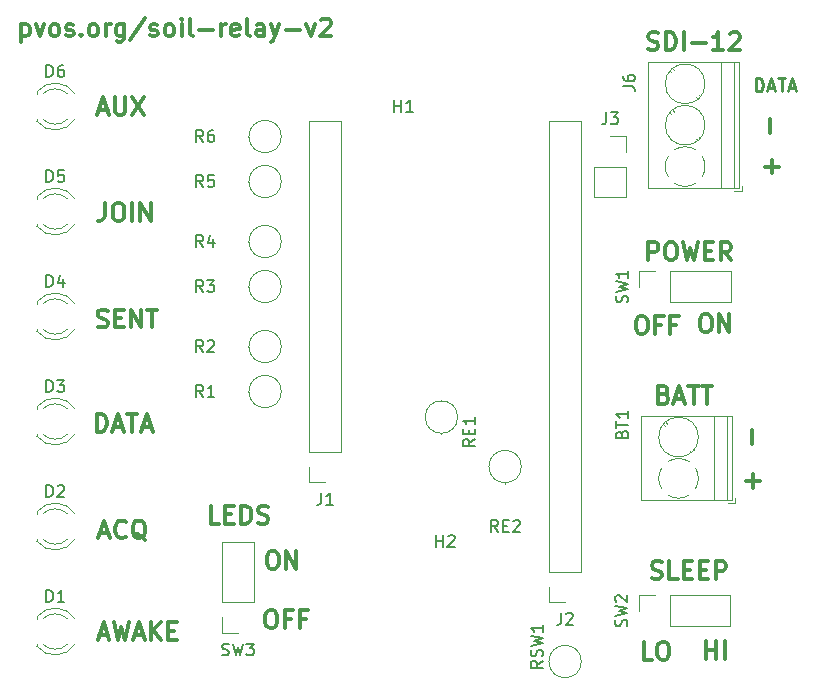
<source format=gbr>
G04 #@! TF.GenerationSoftware,KiCad,Pcbnew,5.1.2-f72e74a~84~ubuntu18.04.1*
G04 #@! TF.CreationDate,2020-03-17T13:19:11-04:00*
G04 #@! TF.ProjectId,knuth-gateway,6b6e7574-682d-4676-9174-657761792e6b,rev?*
G04 #@! TF.SameCoordinates,Original*
G04 #@! TF.FileFunction,Legend,Top*
G04 #@! TF.FilePolarity,Positive*
%FSLAX46Y46*%
G04 Gerber Fmt 4.6, Leading zero omitted, Abs format (unit mm)*
G04 Created by KiCad (PCBNEW 5.1.2-f72e74a~84~ubuntu18.04.1) date 2020-03-17 13:19:11*
%MOMM*%
%LPD*%
G04 APERTURE LIST*
%ADD10C,0.300000*%
%ADD11C,0.275000*%
%ADD12C,0.120000*%
%ADD13C,0.150000*%
G04 APERTURE END LIST*
D10*
X24504828Y-52823371D02*
X24790542Y-52823371D01*
X24933400Y-52894800D01*
X25076257Y-53037657D01*
X25147685Y-53323371D01*
X25147685Y-53823371D01*
X25076257Y-54109085D01*
X24933400Y-54251942D01*
X24790542Y-54323371D01*
X24504828Y-54323371D01*
X24361971Y-54251942D01*
X24219114Y-54109085D01*
X24147685Y-53823371D01*
X24147685Y-53323371D01*
X24219114Y-53037657D01*
X24361971Y-52894800D01*
X24504828Y-52823371D01*
X26290542Y-53537657D02*
X25790542Y-53537657D01*
X25790542Y-54323371D02*
X25790542Y-52823371D01*
X26504828Y-52823371D01*
X27576257Y-53537657D02*
X27076257Y-53537657D01*
X27076257Y-54323371D02*
X27076257Y-52823371D01*
X27790542Y-52823371D01*
X3479211Y-3209171D02*
X3479211Y-4709171D01*
X3479211Y-3280600D02*
X3622068Y-3209171D01*
X3907782Y-3209171D01*
X4050640Y-3280600D01*
X4122068Y-3352028D01*
X4193497Y-3494885D01*
X4193497Y-3923457D01*
X4122068Y-4066314D01*
X4050640Y-4137742D01*
X3907782Y-4209171D01*
X3622068Y-4209171D01*
X3479211Y-4137742D01*
X4693497Y-3209171D02*
X5050640Y-4209171D01*
X5407782Y-3209171D01*
X6193497Y-4209171D02*
X6050640Y-4137742D01*
X5979211Y-4066314D01*
X5907782Y-3923457D01*
X5907782Y-3494885D01*
X5979211Y-3352028D01*
X6050640Y-3280600D01*
X6193497Y-3209171D01*
X6407782Y-3209171D01*
X6550640Y-3280600D01*
X6622068Y-3352028D01*
X6693497Y-3494885D01*
X6693497Y-3923457D01*
X6622068Y-4066314D01*
X6550640Y-4137742D01*
X6407782Y-4209171D01*
X6193497Y-4209171D01*
X7264925Y-4137742D02*
X7407782Y-4209171D01*
X7693497Y-4209171D01*
X7836354Y-4137742D01*
X7907782Y-3994885D01*
X7907782Y-3923457D01*
X7836354Y-3780600D01*
X7693497Y-3709171D01*
X7479211Y-3709171D01*
X7336354Y-3637742D01*
X7264925Y-3494885D01*
X7264925Y-3423457D01*
X7336354Y-3280600D01*
X7479211Y-3209171D01*
X7693497Y-3209171D01*
X7836354Y-3280600D01*
X8550640Y-4066314D02*
X8622068Y-4137742D01*
X8550640Y-4209171D01*
X8479211Y-4137742D01*
X8550640Y-4066314D01*
X8550640Y-4209171D01*
X9479211Y-4209171D02*
X9336354Y-4137742D01*
X9264925Y-4066314D01*
X9193497Y-3923457D01*
X9193497Y-3494885D01*
X9264925Y-3352028D01*
X9336354Y-3280600D01*
X9479211Y-3209171D01*
X9693497Y-3209171D01*
X9836354Y-3280600D01*
X9907782Y-3352028D01*
X9979211Y-3494885D01*
X9979211Y-3923457D01*
X9907782Y-4066314D01*
X9836354Y-4137742D01*
X9693497Y-4209171D01*
X9479211Y-4209171D01*
X10622068Y-4209171D02*
X10622068Y-3209171D01*
X10622068Y-3494885D02*
X10693497Y-3352028D01*
X10764925Y-3280600D01*
X10907782Y-3209171D01*
X11050640Y-3209171D01*
X12193497Y-3209171D02*
X12193497Y-4423457D01*
X12122068Y-4566314D01*
X12050640Y-4637742D01*
X11907782Y-4709171D01*
X11693497Y-4709171D01*
X11550640Y-4637742D01*
X12193497Y-4137742D02*
X12050640Y-4209171D01*
X11764925Y-4209171D01*
X11622068Y-4137742D01*
X11550640Y-4066314D01*
X11479211Y-3923457D01*
X11479211Y-3494885D01*
X11550640Y-3352028D01*
X11622068Y-3280600D01*
X11764925Y-3209171D01*
X12050640Y-3209171D01*
X12193497Y-3280600D01*
X13979211Y-2637742D02*
X12693497Y-4566314D01*
X14407782Y-4137742D02*
X14550640Y-4209171D01*
X14836354Y-4209171D01*
X14979211Y-4137742D01*
X15050640Y-3994885D01*
X15050640Y-3923457D01*
X14979211Y-3780600D01*
X14836354Y-3709171D01*
X14622068Y-3709171D01*
X14479211Y-3637742D01*
X14407782Y-3494885D01*
X14407782Y-3423457D01*
X14479211Y-3280600D01*
X14622068Y-3209171D01*
X14836354Y-3209171D01*
X14979211Y-3280600D01*
X15907782Y-4209171D02*
X15764925Y-4137742D01*
X15693497Y-4066314D01*
X15622068Y-3923457D01*
X15622068Y-3494885D01*
X15693497Y-3352028D01*
X15764925Y-3280600D01*
X15907782Y-3209171D01*
X16122068Y-3209171D01*
X16264925Y-3280600D01*
X16336354Y-3352028D01*
X16407782Y-3494885D01*
X16407782Y-3923457D01*
X16336354Y-4066314D01*
X16264925Y-4137742D01*
X16122068Y-4209171D01*
X15907782Y-4209171D01*
X17050640Y-4209171D02*
X17050640Y-3209171D01*
X17050640Y-2709171D02*
X16979211Y-2780600D01*
X17050640Y-2852028D01*
X17122068Y-2780600D01*
X17050640Y-2709171D01*
X17050640Y-2852028D01*
X17979211Y-4209171D02*
X17836354Y-4137742D01*
X17764925Y-3994885D01*
X17764925Y-2709171D01*
X18550640Y-3637742D02*
X19693497Y-3637742D01*
X20407782Y-4209171D02*
X20407782Y-3209171D01*
X20407782Y-3494885D02*
X20479211Y-3352028D01*
X20550640Y-3280600D01*
X20693497Y-3209171D01*
X20836354Y-3209171D01*
X21907782Y-4137742D02*
X21764925Y-4209171D01*
X21479211Y-4209171D01*
X21336354Y-4137742D01*
X21264925Y-3994885D01*
X21264925Y-3423457D01*
X21336354Y-3280600D01*
X21479211Y-3209171D01*
X21764925Y-3209171D01*
X21907782Y-3280600D01*
X21979211Y-3423457D01*
X21979211Y-3566314D01*
X21264925Y-3709171D01*
X22836354Y-4209171D02*
X22693497Y-4137742D01*
X22622068Y-3994885D01*
X22622068Y-2709171D01*
X24050640Y-4209171D02*
X24050640Y-3423457D01*
X23979211Y-3280600D01*
X23836354Y-3209171D01*
X23550640Y-3209171D01*
X23407782Y-3280600D01*
X24050640Y-4137742D02*
X23907782Y-4209171D01*
X23550640Y-4209171D01*
X23407782Y-4137742D01*
X23336354Y-3994885D01*
X23336354Y-3852028D01*
X23407782Y-3709171D01*
X23550640Y-3637742D01*
X23907782Y-3637742D01*
X24050640Y-3566314D01*
X24622068Y-3209171D02*
X24979211Y-4209171D01*
X25336354Y-3209171D02*
X24979211Y-4209171D01*
X24836354Y-4566314D01*
X24764925Y-4637742D01*
X24622068Y-4709171D01*
X25907782Y-3637742D02*
X27050640Y-3637742D01*
X27622068Y-3209171D02*
X27979211Y-4209171D01*
X28336354Y-3209171D01*
X28836354Y-2852028D02*
X28907782Y-2780600D01*
X29050640Y-2709171D01*
X29407782Y-2709171D01*
X29550640Y-2780600D01*
X29622068Y-2852028D01*
X29693497Y-2994885D01*
X29693497Y-3137742D01*
X29622068Y-3352028D01*
X28764925Y-4209171D01*
X29693497Y-4209171D01*
X10068157Y-10448100D02*
X10782442Y-10448100D01*
X9925300Y-10876671D02*
X10425300Y-9376671D01*
X10925300Y-10876671D01*
X11425300Y-9376671D02*
X11425300Y-10590957D01*
X11496728Y-10733814D01*
X11568157Y-10805242D01*
X11711014Y-10876671D01*
X11996728Y-10876671D01*
X12139585Y-10805242D01*
X12211014Y-10733814D01*
X12282442Y-10590957D01*
X12282442Y-9376671D01*
X12853871Y-9376671D02*
X13853871Y-10876671D01*
X13853871Y-9376671D02*
X12853871Y-10876671D01*
X10566614Y-18342871D02*
X10566614Y-19414300D01*
X10495185Y-19628585D01*
X10352328Y-19771442D01*
X10138042Y-19842871D01*
X9995185Y-19842871D01*
X11566614Y-18342871D02*
X11852328Y-18342871D01*
X11995185Y-18414300D01*
X12138042Y-18557157D01*
X12209471Y-18842871D01*
X12209471Y-19342871D01*
X12138042Y-19628585D01*
X11995185Y-19771442D01*
X11852328Y-19842871D01*
X11566614Y-19842871D01*
X11423757Y-19771442D01*
X11280900Y-19628585D01*
X11209471Y-19342871D01*
X11209471Y-18842871D01*
X11280900Y-18557157D01*
X11423757Y-18414300D01*
X11566614Y-18342871D01*
X12852328Y-19842871D02*
X12852328Y-18342871D01*
X13566614Y-19842871D02*
X13566614Y-18342871D01*
X14423757Y-19842871D01*
X14423757Y-18342871D01*
X9943614Y-28788442D02*
X10157900Y-28859871D01*
X10515042Y-28859871D01*
X10657900Y-28788442D01*
X10729328Y-28717014D01*
X10800757Y-28574157D01*
X10800757Y-28431300D01*
X10729328Y-28288442D01*
X10657900Y-28217014D01*
X10515042Y-28145585D01*
X10229328Y-28074157D01*
X10086471Y-28002728D01*
X10015042Y-27931300D01*
X9943614Y-27788442D01*
X9943614Y-27645585D01*
X10015042Y-27502728D01*
X10086471Y-27431300D01*
X10229328Y-27359871D01*
X10586471Y-27359871D01*
X10800757Y-27431300D01*
X11443614Y-28074157D02*
X11943614Y-28074157D01*
X12157900Y-28859871D02*
X11443614Y-28859871D01*
X11443614Y-27359871D01*
X12157900Y-27359871D01*
X12800757Y-28859871D02*
X12800757Y-27359871D01*
X13657900Y-28859871D01*
X13657900Y-27359871D01*
X14157900Y-27359871D02*
X15015042Y-27359871D01*
X14586471Y-28859871D02*
X14586471Y-27359871D01*
X9878500Y-37686371D02*
X9878500Y-36186371D01*
X10235642Y-36186371D01*
X10449928Y-36257800D01*
X10592785Y-36400657D01*
X10664214Y-36543514D01*
X10735642Y-36829228D01*
X10735642Y-37043514D01*
X10664214Y-37329228D01*
X10592785Y-37472085D01*
X10449928Y-37614942D01*
X10235642Y-37686371D01*
X9878500Y-37686371D01*
X11307071Y-37257800D02*
X12021357Y-37257800D01*
X11164214Y-37686371D02*
X11664214Y-36186371D01*
X12164214Y-37686371D01*
X12449928Y-36186371D02*
X13307071Y-36186371D01*
X12878500Y-37686371D02*
X12878500Y-36186371D01*
X13735642Y-37257800D02*
X14449928Y-37257800D01*
X13592785Y-37686371D02*
X14092785Y-36186371D01*
X14592785Y-37686371D01*
X10087385Y-54885400D02*
X10801671Y-54885400D01*
X9944528Y-55313971D02*
X10444528Y-53813971D01*
X10944528Y-55313971D01*
X11301671Y-53813971D02*
X11658814Y-55313971D01*
X11944528Y-54242542D01*
X12230242Y-55313971D01*
X12587385Y-53813971D01*
X13087385Y-54885400D02*
X13801671Y-54885400D01*
X12944528Y-55313971D02*
X13444528Y-53813971D01*
X13944528Y-55313971D01*
X14444528Y-55313971D02*
X14444528Y-53813971D01*
X15301671Y-55313971D02*
X14658814Y-54456828D01*
X15301671Y-53813971D02*
X14444528Y-54671114D01*
X15944528Y-54528257D02*
X16444528Y-54528257D01*
X16658814Y-55313971D02*
X15944528Y-55313971D01*
X15944528Y-53813971D01*
X16658814Y-53813971D01*
X10131502Y-46290040D02*
X10845788Y-46290040D01*
X9988645Y-46718611D02*
X10488645Y-45218611D01*
X10988645Y-46718611D01*
X12345788Y-46575754D02*
X12274360Y-46647182D01*
X12060074Y-46718611D01*
X11917217Y-46718611D01*
X11702931Y-46647182D01*
X11560074Y-46504325D01*
X11488645Y-46361468D01*
X11417217Y-46075754D01*
X11417217Y-45861468D01*
X11488645Y-45575754D01*
X11560074Y-45432897D01*
X11702931Y-45290040D01*
X11917217Y-45218611D01*
X12060074Y-45218611D01*
X12274360Y-45290040D01*
X12345788Y-45361468D01*
X13988645Y-46861468D02*
X13845788Y-46790040D01*
X13702931Y-46647182D01*
X13488645Y-46432897D01*
X13345788Y-46361468D01*
X13202931Y-46361468D01*
X13274360Y-46718611D02*
X13131502Y-46647182D01*
X12988645Y-46504325D01*
X12917217Y-46218611D01*
X12917217Y-45718611D01*
X12988645Y-45432897D01*
X13131502Y-45290040D01*
X13274360Y-45218611D01*
X13560074Y-45218611D01*
X13702931Y-45290040D01*
X13845788Y-45432897D01*
X13917217Y-45718611D01*
X13917217Y-46218611D01*
X13845788Y-46504325D01*
X13702931Y-46647182D01*
X13560074Y-46718611D01*
X13274360Y-46718611D01*
X57897128Y-34525757D02*
X58111414Y-34597185D01*
X58182842Y-34668614D01*
X58254271Y-34811471D01*
X58254271Y-35025757D01*
X58182842Y-35168614D01*
X58111414Y-35240042D01*
X57968557Y-35311471D01*
X57397128Y-35311471D01*
X57397128Y-33811471D01*
X57897128Y-33811471D01*
X58039985Y-33882900D01*
X58111414Y-33954328D01*
X58182842Y-34097185D01*
X58182842Y-34240042D01*
X58111414Y-34382900D01*
X58039985Y-34454328D01*
X57897128Y-34525757D01*
X57397128Y-34525757D01*
X58825700Y-34882900D02*
X59539985Y-34882900D01*
X58682842Y-35311471D02*
X59182842Y-33811471D01*
X59682842Y-35311471D01*
X59968557Y-33811471D02*
X60825700Y-33811471D01*
X60397128Y-35311471D02*
X60397128Y-33811471D01*
X61111414Y-33811471D02*
X61968557Y-33811471D01*
X61539985Y-35311471D02*
X61539985Y-33811471D01*
X56568614Y-23170271D02*
X56568614Y-21670271D01*
X57140042Y-21670271D01*
X57282900Y-21741700D01*
X57354328Y-21813128D01*
X57425757Y-21955985D01*
X57425757Y-22170271D01*
X57354328Y-22313128D01*
X57282900Y-22384557D01*
X57140042Y-22455985D01*
X56568614Y-22455985D01*
X58354328Y-21670271D02*
X58640042Y-21670271D01*
X58782900Y-21741700D01*
X58925757Y-21884557D01*
X58997185Y-22170271D01*
X58997185Y-22670271D01*
X58925757Y-22955985D01*
X58782900Y-23098842D01*
X58640042Y-23170271D01*
X58354328Y-23170271D01*
X58211471Y-23098842D01*
X58068614Y-22955985D01*
X57997185Y-22670271D01*
X57997185Y-22170271D01*
X58068614Y-21884557D01*
X58211471Y-21741700D01*
X58354328Y-21670271D01*
X59497185Y-21670271D02*
X59854328Y-23170271D01*
X60140042Y-22098842D01*
X60425757Y-23170271D01*
X60782900Y-21670271D01*
X61354328Y-22384557D02*
X61854328Y-22384557D01*
X62068614Y-23170271D02*
X61354328Y-23170271D01*
X61354328Y-21670271D01*
X62068614Y-21670271D01*
X63568614Y-23170271D02*
X63068614Y-22455985D01*
X62711471Y-23170271D02*
X62711471Y-21670271D01*
X63282900Y-21670271D01*
X63425757Y-21741700D01*
X63497185Y-21813128D01*
X63568614Y-21955985D01*
X63568614Y-22170271D01*
X63497185Y-22313128D01*
X63425757Y-22384557D01*
X63282900Y-22455985D01*
X62711471Y-22455985D01*
X61301428Y-27753571D02*
X61587142Y-27753571D01*
X61730000Y-27825000D01*
X61872857Y-27967857D01*
X61944285Y-28253571D01*
X61944285Y-28753571D01*
X61872857Y-29039285D01*
X61730000Y-29182142D01*
X61587142Y-29253571D01*
X61301428Y-29253571D01*
X61158571Y-29182142D01*
X61015714Y-29039285D01*
X60944285Y-28753571D01*
X60944285Y-28253571D01*
X61015714Y-27967857D01*
X61158571Y-27825000D01*
X61301428Y-27753571D01*
X62587142Y-29253571D02*
X62587142Y-27753571D01*
X63444285Y-29253571D01*
X63444285Y-27753571D01*
X55873828Y-27905971D02*
X56159542Y-27905971D01*
X56302400Y-27977400D01*
X56445257Y-28120257D01*
X56516685Y-28405971D01*
X56516685Y-28905971D01*
X56445257Y-29191685D01*
X56302400Y-29334542D01*
X56159542Y-29405971D01*
X55873828Y-29405971D01*
X55730971Y-29334542D01*
X55588114Y-29191685D01*
X55516685Y-28905971D01*
X55516685Y-28405971D01*
X55588114Y-28120257D01*
X55730971Y-27977400D01*
X55873828Y-27905971D01*
X57659542Y-28620257D02*
X57159542Y-28620257D01*
X57159542Y-29405971D02*
X57159542Y-27905971D01*
X57873828Y-27905971D01*
X58945257Y-28620257D02*
X58445257Y-28620257D01*
X58445257Y-29405971D02*
X58445257Y-27905971D01*
X59159542Y-27905971D01*
X66909142Y-12382428D02*
X66909142Y-11239571D01*
X67036142Y-15811428D02*
X67036142Y-14668571D01*
X67607571Y-15240000D02*
X66464714Y-15240000D01*
D11*
X65660000Y-8879619D02*
X65660000Y-7779619D01*
X65921904Y-7779619D01*
X66079047Y-7832000D01*
X66183809Y-7936761D01*
X66236190Y-8041523D01*
X66288571Y-8251047D01*
X66288571Y-8408190D01*
X66236190Y-8617714D01*
X66183809Y-8722476D01*
X66079047Y-8827238D01*
X65921904Y-8879619D01*
X65660000Y-8879619D01*
X66707619Y-8565333D02*
X67231428Y-8565333D01*
X66602857Y-8879619D02*
X66969523Y-7779619D01*
X67336190Y-8879619D01*
X67545714Y-7779619D02*
X68174285Y-7779619D01*
X67860000Y-8879619D02*
X67860000Y-7779619D01*
X68488571Y-8565333D02*
X69012380Y-8565333D01*
X68383809Y-8879619D02*
X68750476Y-7779619D01*
X69117142Y-8879619D01*
D10*
X56559142Y-5306142D02*
X56773428Y-5377571D01*
X57130571Y-5377571D01*
X57273428Y-5306142D01*
X57344857Y-5234714D01*
X57416285Y-5091857D01*
X57416285Y-4949000D01*
X57344857Y-4806142D01*
X57273428Y-4734714D01*
X57130571Y-4663285D01*
X56844857Y-4591857D01*
X56702000Y-4520428D01*
X56630571Y-4449000D01*
X56559142Y-4306142D01*
X56559142Y-4163285D01*
X56630571Y-4020428D01*
X56702000Y-3949000D01*
X56844857Y-3877571D01*
X57202000Y-3877571D01*
X57416285Y-3949000D01*
X58059142Y-5377571D02*
X58059142Y-3877571D01*
X58416285Y-3877571D01*
X58630571Y-3949000D01*
X58773428Y-4091857D01*
X58844857Y-4234714D01*
X58916285Y-4520428D01*
X58916285Y-4734714D01*
X58844857Y-5020428D01*
X58773428Y-5163285D01*
X58630571Y-5306142D01*
X58416285Y-5377571D01*
X58059142Y-5377571D01*
X59559142Y-5377571D02*
X59559142Y-3877571D01*
X60273428Y-4806142D02*
X61416285Y-4806142D01*
X62916285Y-5377571D02*
X62059142Y-5377571D01*
X62487714Y-5377571D02*
X62487714Y-3877571D01*
X62344857Y-4091857D01*
X62202000Y-4234714D01*
X62059142Y-4306142D01*
X63487714Y-4020428D02*
X63559142Y-3949000D01*
X63702000Y-3877571D01*
X64059142Y-3877571D01*
X64202000Y-3949000D01*
X64273428Y-4020428D01*
X64344857Y-4163285D01*
X64344857Y-4306142D01*
X64273428Y-4520428D01*
X63416285Y-5377571D01*
X64344857Y-5377571D01*
X65385142Y-38722228D02*
X65385142Y-37579371D01*
X65448642Y-42430628D02*
X65448642Y-41287771D01*
X66020071Y-41859200D02*
X64877214Y-41859200D01*
X56864642Y-50099042D02*
X57078928Y-50170471D01*
X57436071Y-50170471D01*
X57578928Y-50099042D01*
X57650357Y-50027614D01*
X57721785Y-49884757D01*
X57721785Y-49741900D01*
X57650357Y-49599042D01*
X57578928Y-49527614D01*
X57436071Y-49456185D01*
X57150357Y-49384757D01*
X57007500Y-49313328D01*
X56936071Y-49241900D01*
X56864642Y-49099042D01*
X56864642Y-48956185D01*
X56936071Y-48813328D01*
X57007500Y-48741900D01*
X57150357Y-48670471D01*
X57507500Y-48670471D01*
X57721785Y-48741900D01*
X59078928Y-50170471D02*
X58364642Y-50170471D01*
X58364642Y-48670471D01*
X59578928Y-49384757D02*
X60078928Y-49384757D01*
X60293214Y-50170471D02*
X59578928Y-50170471D01*
X59578928Y-48670471D01*
X60293214Y-48670471D01*
X60936071Y-49384757D02*
X61436071Y-49384757D01*
X61650357Y-50170471D02*
X60936071Y-50170471D01*
X60936071Y-48670471D01*
X61650357Y-48670471D01*
X62293214Y-50170471D02*
X62293214Y-48670471D01*
X62864642Y-48670471D01*
X63007500Y-48741900D01*
X63078928Y-48813328D01*
X63150357Y-48956185D01*
X63150357Y-49170471D01*
X63078928Y-49313328D01*
X63007500Y-49384757D01*
X62864642Y-49456185D01*
X62293214Y-49456185D01*
X61482385Y-56939571D02*
X61482385Y-55439571D01*
X61482385Y-56153857D02*
X62339528Y-56153857D01*
X62339528Y-56939571D02*
X62339528Y-55439571D01*
X63053814Y-56939571D02*
X63053814Y-55439571D01*
X56917471Y-56990371D02*
X56203185Y-56990371D01*
X56203185Y-55490371D01*
X57703185Y-55490371D02*
X57988900Y-55490371D01*
X58131757Y-55561800D01*
X58274614Y-55704657D01*
X58346042Y-55990371D01*
X58346042Y-56490371D01*
X58274614Y-56776085D01*
X58131757Y-56918942D01*
X57988900Y-56990371D01*
X57703185Y-56990371D01*
X57560328Y-56918942D01*
X57417471Y-56776085D01*
X57346042Y-56490371D01*
X57346042Y-55990371D01*
X57417471Y-55704657D01*
X57560328Y-55561800D01*
X57703185Y-55490371D01*
X24636528Y-47794171D02*
X24922242Y-47794171D01*
X25065100Y-47865600D01*
X25207957Y-48008457D01*
X25279385Y-48294171D01*
X25279385Y-48794171D01*
X25207957Y-49079885D01*
X25065100Y-49222742D01*
X24922242Y-49294171D01*
X24636528Y-49294171D01*
X24493671Y-49222742D01*
X24350814Y-49079885D01*
X24279385Y-48794171D01*
X24279385Y-48294171D01*
X24350814Y-48008457D01*
X24493671Y-47865600D01*
X24636528Y-47794171D01*
X25922242Y-49294171D02*
X25922242Y-47794171D01*
X26779385Y-49294171D01*
X26779385Y-47794171D01*
X20246708Y-45463851D02*
X19532422Y-45463851D01*
X19532422Y-43963851D01*
X20746708Y-44678137D02*
X21246708Y-44678137D01*
X21460994Y-45463851D02*
X20746708Y-45463851D01*
X20746708Y-43963851D01*
X21460994Y-43963851D01*
X22103851Y-45463851D02*
X22103851Y-43963851D01*
X22460994Y-43963851D01*
X22675280Y-44035280D01*
X22818137Y-44178137D01*
X22889565Y-44320994D01*
X22960994Y-44606708D01*
X22960994Y-44820994D01*
X22889565Y-45106708D01*
X22818137Y-45249565D01*
X22675280Y-45392422D01*
X22460994Y-45463851D01*
X22103851Y-45463851D01*
X23532422Y-45392422D02*
X23746708Y-45463851D01*
X24103851Y-45463851D01*
X24246708Y-45392422D01*
X24318137Y-45320994D01*
X24389565Y-45178137D01*
X24389565Y-45035280D01*
X24318137Y-44892422D01*
X24246708Y-44820994D01*
X24103851Y-44749565D01*
X23818137Y-44678137D01*
X23675280Y-44606708D01*
X23603851Y-44535280D01*
X23532422Y-44392422D01*
X23532422Y-44249565D01*
X23603851Y-44106708D01*
X23675280Y-44035280D01*
X23818137Y-43963851D01*
X24175280Y-43963851D01*
X24389565Y-44035280D01*
D12*
X49530000Y-55780000D02*
X49530000Y-55710000D01*
X50900000Y-57150000D02*
G75*
G03X50900000Y-57150000I-1370000J0D01*
G01*
X21831300Y-54746200D02*
X20501300Y-54746200D01*
X20501300Y-54746200D02*
X20501300Y-53416200D01*
X20501300Y-52146200D02*
X20501300Y-47006200D01*
X23161300Y-47006200D02*
X20501300Y-47006200D01*
X23161300Y-52146200D02*
X23161300Y-47006200D01*
X23161300Y-52146200D02*
X20501300Y-52146200D01*
X58369200Y-54174700D02*
X58369200Y-51514700D01*
X58369200Y-54174700D02*
X63509200Y-54174700D01*
X63509200Y-54174700D02*
X63509200Y-51514700D01*
X58369200Y-51514700D02*
X63509200Y-51514700D01*
X55769200Y-51514700D02*
X57099200Y-51514700D01*
X55769200Y-52844700D02*
X55769200Y-51514700D01*
X60555921Y-40753036D02*
G75*
G02X60811200Y-41643300I-1424721J-890264D01*
G01*
X58241007Y-40217795D02*
G75*
G02X60022200Y-40218300I890193J-1425505D01*
G01*
X57705842Y-42533194D02*
G75*
G02X57691200Y-40777300I1425358J889894D01*
G01*
X60021094Y-43068658D02*
G75*
G02X58265200Y-43083300I-889894J1425358D01*
G01*
X60811299Y-41614626D02*
G75*
G02X60571200Y-42509300I-1680099J-28674D01*
G01*
X60811200Y-38143300D02*
G75*
G03X60811200Y-38143300I-1680000J0D01*
G01*
X63231200Y-43453300D02*
X63231200Y-36333300D01*
X62131200Y-43453300D02*
X62131200Y-36333300D01*
X55971200Y-43453300D02*
X55971200Y-36333300D01*
X63691200Y-43453300D02*
X63691200Y-36333300D01*
X55971200Y-43453300D02*
X63691200Y-43453300D01*
X55971200Y-36333300D02*
X63691200Y-36333300D01*
X58062200Y-36868300D02*
X58190200Y-36997300D01*
X60312200Y-39118300D02*
X60405200Y-39212300D01*
X57856200Y-37073300D02*
X57950200Y-37167300D01*
X60072200Y-39288300D02*
X60200200Y-39417300D01*
X63291200Y-43693300D02*
X63931200Y-43693300D01*
X63931200Y-43693300D02*
X63931200Y-43293300D01*
X44450000Y-42010000D02*
X44450000Y-42080000D01*
X45820000Y-40640000D02*
G75*
G03X45820000Y-40640000I-1370000J0D01*
G01*
X39052500Y-37819000D02*
X39052500Y-37889000D01*
X40422500Y-36449000D02*
G75*
G03X40422500Y-36449000I-1370000J0D01*
G01*
X22760000Y-12700000D02*
X22690000Y-12700000D01*
X25500000Y-12700000D02*
G75*
G03X25500000Y-12700000I-1370000J0D01*
G01*
X22760000Y-16510000D02*
X22690000Y-16510000D01*
X25500000Y-16510000D02*
G75*
G03X25500000Y-16510000I-1370000J0D01*
G01*
X22760000Y-21590000D02*
X22690000Y-21590000D01*
X25500000Y-21590000D02*
G75*
G03X25500000Y-21590000I-1370000J0D01*
G01*
X22760000Y-25400000D02*
X22690000Y-25400000D01*
X25500000Y-25400000D02*
G75*
G03X25500000Y-25400000I-1370000J0D01*
G01*
X22760000Y-34290000D02*
X22690000Y-34290000D01*
X25500000Y-34290000D02*
G75*
G03X25500000Y-34290000I-1370000J0D01*
G01*
X22760000Y-30480000D02*
X22690000Y-30480000D01*
X25500000Y-30480000D02*
G75*
G03X25500000Y-30480000I-1370000J0D01*
G01*
X50860000Y-49530000D02*
X48200000Y-49530000D01*
X50860000Y-49530000D02*
X50860000Y-11370000D01*
X50860000Y-11370000D02*
X48200000Y-11370000D01*
X48200000Y-49530000D02*
X48200000Y-11370000D01*
X48200000Y-52130000D02*
X48200000Y-50800000D01*
X49530000Y-52130000D02*
X48200000Y-52130000D01*
X30540000Y-39370000D02*
X27880000Y-39370000D01*
X30540000Y-39370000D02*
X30540000Y-11370000D01*
X30540000Y-11370000D02*
X27880000Y-11370000D01*
X27880000Y-39370000D02*
X27880000Y-11370000D01*
X27880000Y-41970000D02*
X27880000Y-40640000D01*
X29210000Y-41970000D02*
X27880000Y-41970000D01*
X4790000Y-55690000D02*
X4790000Y-55846000D01*
X4790000Y-53374000D02*
X4790000Y-53530000D01*
X7391130Y-55689837D02*
G75*
G02X5309039Y-55690000I-1041130J1079837D01*
G01*
X7391130Y-53530163D02*
G75*
G03X5309039Y-53530000I-1041130J-1079837D01*
G01*
X8022335Y-55688608D02*
G75*
G02X4790000Y-55845516I-1672335J1078608D01*
G01*
X8022335Y-53531392D02*
G75*
G03X4790000Y-53374484I-1672335J-1078608D01*
G01*
X8022335Y-44641392D02*
G75*
G03X4790000Y-44484484I-1672335J-1078608D01*
G01*
X8022335Y-46798608D02*
G75*
G02X4790000Y-46955516I-1672335J1078608D01*
G01*
X7391130Y-44640163D02*
G75*
G03X5309039Y-44640000I-1041130J-1079837D01*
G01*
X7391130Y-46799837D02*
G75*
G02X5309039Y-46800000I-1041130J1079837D01*
G01*
X4790000Y-44484000D02*
X4790000Y-44640000D01*
X4790000Y-46800000D02*
X4790000Y-46956000D01*
X4790000Y-37910000D02*
X4790000Y-38066000D01*
X4790000Y-35594000D02*
X4790000Y-35750000D01*
X7391130Y-37909837D02*
G75*
G02X5309039Y-37910000I-1041130J1079837D01*
G01*
X7391130Y-35750163D02*
G75*
G03X5309039Y-35750000I-1041130J-1079837D01*
G01*
X8022335Y-37908608D02*
G75*
G02X4790000Y-38065516I-1672335J1078608D01*
G01*
X8022335Y-35751392D02*
G75*
G03X4790000Y-35594484I-1672335J-1078608D01*
G01*
X8022335Y-26861392D02*
G75*
G03X4790000Y-26704484I-1672335J-1078608D01*
G01*
X8022335Y-29018608D02*
G75*
G02X4790000Y-29175516I-1672335J1078608D01*
G01*
X7391130Y-26860163D02*
G75*
G03X5309039Y-26860000I-1041130J-1079837D01*
G01*
X7391130Y-29019837D02*
G75*
G02X5309039Y-29020000I-1041130J1079837D01*
G01*
X4790000Y-26704000D02*
X4790000Y-26860000D01*
X4790000Y-29020000D02*
X4790000Y-29176000D01*
X4790000Y-20130000D02*
X4790000Y-20286000D01*
X4790000Y-17814000D02*
X4790000Y-17970000D01*
X7391130Y-20129837D02*
G75*
G02X5309039Y-20130000I-1041130J1079837D01*
G01*
X7391130Y-17970163D02*
G75*
G03X5309039Y-17970000I-1041130J-1079837D01*
G01*
X8022335Y-20128608D02*
G75*
G02X4790000Y-20285516I-1672335J1078608D01*
G01*
X8022335Y-17971392D02*
G75*
G03X4790000Y-17814484I-1672335J-1078608D01*
G01*
X8022335Y-9081392D02*
G75*
G03X4790000Y-8924484I-1672335J-1078608D01*
G01*
X8022335Y-11238608D02*
G75*
G02X4790000Y-11395516I-1672335J1078608D01*
G01*
X7391130Y-9080163D02*
G75*
G03X5309039Y-9080000I-1041130J-1079837D01*
G01*
X7391130Y-11239837D02*
G75*
G02X5309039Y-11240000I-1041130J1079837D01*
G01*
X4790000Y-8924000D02*
X4790000Y-9080000D01*
X4790000Y-11240000D02*
X4790000Y-11396000D01*
X53340000Y-12640000D02*
X54670000Y-12640000D01*
X54670000Y-12640000D02*
X54670000Y-13970000D01*
X54670000Y-15240000D02*
X54670000Y-17840000D01*
X52010000Y-17840000D02*
X54670000Y-17840000D01*
X52010000Y-15240000D02*
X52010000Y-17840000D01*
X52010000Y-15240000D02*
X54670000Y-15240000D01*
X64490000Y-17290000D02*
X64490000Y-16890000D01*
X63850000Y-17290000D02*
X64490000Y-17290000D01*
X60631000Y-9385000D02*
X60759000Y-9514000D01*
X58415000Y-7170000D02*
X58509000Y-7264000D01*
X60871000Y-9215000D02*
X60964000Y-9309000D01*
X58621000Y-6965000D02*
X58749000Y-7094000D01*
X60631000Y-12885000D02*
X60759000Y-13014000D01*
X58415000Y-10670000D02*
X58509000Y-10764000D01*
X60871000Y-12715000D02*
X60964000Y-12809000D01*
X58621000Y-10465000D02*
X58749000Y-10594000D01*
X56530000Y-6430000D02*
X64250000Y-6430000D01*
X56530000Y-17050000D02*
X64250000Y-17050000D01*
X64250000Y-17050000D02*
X64250000Y-6430000D01*
X56530000Y-17050000D02*
X56530000Y-6430000D01*
X62690000Y-17050000D02*
X62690000Y-6430000D01*
X63790000Y-17050000D02*
X63790000Y-6430000D01*
X61370000Y-8240000D02*
G75*
G03X61370000Y-8240000I-1680000J0D01*
G01*
X61370000Y-11740000D02*
G75*
G03X61370000Y-11740000I-1680000J0D01*
G01*
X61370099Y-15211326D02*
G75*
G02X61130000Y-16106000I-1680099J-28674D01*
G01*
X60579894Y-16665358D02*
G75*
G02X58824000Y-16680000I-889894J1425358D01*
G01*
X58264642Y-16129894D02*
G75*
G02X58250000Y-14374000I1425358J889894D01*
G01*
X58799807Y-13814495D02*
G75*
G02X60581000Y-13815000I890193J-1425505D01*
G01*
X61114721Y-14349736D02*
G75*
G02X61370000Y-15240000I-1424721J-890264D01*
G01*
X58420000Y-26730000D02*
X58420000Y-24070000D01*
X58420000Y-26730000D02*
X63560000Y-26730000D01*
X63560000Y-26730000D02*
X63560000Y-24070000D01*
X58420000Y-24070000D02*
X63560000Y-24070000D01*
X55820000Y-24070000D02*
X57150000Y-24070000D01*
X55820000Y-25400000D02*
X55820000Y-24070000D01*
D13*
X47612380Y-57094285D02*
X47136190Y-57427619D01*
X47612380Y-57665714D02*
X46612380Y-57665714D01*
X46612380Y-57284761D01*
X46660000Y-57189523D01*
X46707619Y-57141904D01*
X46802857Y-57094285D01*
X46945714Y-57094285D01*
X47040952Y-57141904D01*
X47088571Y-57189523D01*
X47136190Y-57284761D01*
X47136190Y-57665714D01*
X47564761Y-56713333D02*
X47612380Y-56570476D01*
X47612380Y-56332380D01*
X47564761Y-56237142D01*
X47517142Y-56189523D01*
X47421904Y-56141904D01*
X47326666Y-56141904D01*
X47231428Y-56189523D01*
X47183809Y-56237142D01*
X47136190Y-56332380D01*
X47088571Y-56522857D01*
X47040952Y-56618095D01*
X46993333Y-56665714D01*
X46898095Y-56713333D01*
X46802857Y-56713333D01*
X46707619Y-56665714D01*
X46660000Y-56618095D01*
X46612380Y-56522857D01*
X46612380Y-56284761D01*
X46660000Y-56141904D01*
X46612380Y-55808571D02*
X47612380Y-55570476D01*
X46898095Y-55380000D01*
X47612380Y-55189523D01*
X46612380Y-54951428D01*
X47612380Y-54046666D02*
X47612380Y-54618095D01*
X47612380Y-54332380D02*
X46612380Y-54332380D01*
X46755238Y-54427619D01*
X46850476Y-54522857D01*
X46898095Y-54618095D01*
X38608095Y-47442380D02*
X38608095Y-46442380D01*
X38608095Y-46918571D02*
X39179523Y-46918571D01*
X39179523Y-47442380D02*
X39179523Y-46442380D01*
X39608095Y-46537619D02*
X39655714Y-46490000D01*
X39750952Y-46442380D01*
X39989047Y-46442380D01*
X40084285Y-46490000D01*
X40131904Y-46537619D01*
X40179523Y-46632857D01*
X40179523Y-46728095D01*
X40131904Y-46870952D01*
X39560476Y-47442380D01*
X40179523Y-47442380D01*
X35068095Y-10612380D02*
X35068095Y-9612380D01*
X35068095Y-10088571D02*
X35639523Y-10088571D01*
X35639523Y-10612380D02*
X35639523Y-9612380D01*
X36639523Y-10612380D02*
X36068095Y-10612380D01*
X36353809Y-10612380D02*
X36353809Y-9612380D01*
X36258571Y-9755238D01*
X36163333Y-9850476D01*
X36068095Y-9898095D01*
X20497966Y-56590961D02*
X20640823Y-56638580D01*
X20878919Y-56638580D01*
X20974157Y-56590961D01*
X21021776Y-56543342D01*
X21069395Y-56448104D01*
X21069395Y-56352866D01*
X21021776Y-56257628D01*
X20974157Y-56210009D01*
X20878919Y-56162390D01*
X20688442Y-56114771D01*
X20593204Y-56067152D01*
X20545585Y-56019533D01*
X20497966Y-55924295D01*
X20497966Y-55829057D01*
X20545585Y-55733819D01*
X20593204Y-55686200D01*
X20688442Y-55638580D01*
X20926538Y-55638580D01*
X21069395Y-55686200D01*
X21402728Y-55638580D02*
X21640823Y-56638580D01*
X21831300Y-55924295D01*
X22021776Y-56638580D01*
X22259871Y-55638580D01*
X22545585Y-55638580D02*
X23164633Y-55638580D01*
X22831300Y-56019533D01*
X22974157Y-56019533D01*
X23069395Y-56067152D01*
X23117014Y-56114771D01*
X23164633Y-56210009D01*
X23164633Y-56448104D01*
X23117014Y-56543342D01*
X23069395Y-56590961D01*
X22974157Y-56638580D01*
X22688442Y-56638580D01*
X22593204Y-56590961D01*
X22545585Y-56543342D01*
X54733961Y-54178033D02*
X54781580Y-54035176D01*
X54781580Y-53797080D01*
X54733961Y-53701842D01*
X54686342Y-53654223D01*
X54591104Y-53606604D01*
X54495866Y-53606604D01*
X54400628Y-53654223D01*
X54353009Y-53701842D01*
X54305390Y-53797080D01*
X54257771Y-53987557D01*
X54210152Y-54082795D01*
X54162533Y-54130414D01*
X54067295Y-54178033D01*
X53972057Y-54178033D01*
X53876819Y-54130414D01*
X53829200Y-54082795D01*
X53781580Y-53987557D01*
X53781580Y-53749461D01*
X53829200Y-53606604D01*
X53781580Y-53273271D02*
X54781580Y-53035176D01*
X54067295Y-52844700D01*
X54781580Y-52654223D01*
X53781580Y-52416128D01*
X53876819Y-52082795D02*
X53829200Y-52035176D01*
X53781580Y-51939938D01*
X53781580Y-51701842D01*
X53829200Y-51606604D01*
X53876819Y-51558985D01*
X53972057Y-51511366D01*
X54067295Y-51511366D01*
X54210152Y-51558985D01*
X54781580Y-52130414D01*
X54781580Y-51511366D01*
X54348071Y-37895114D02*
X54395690Y-37752257D01*
X54443309Y-37704638D01*
X54538547Y-37657019D01*
X54681404Y-37657019D01*
X54776642Y-37704638D01*
X54824261Y-37752257D01*
X54871880Y-37847495D01*
X54871880Y-38228447D01*
X53871880Y-38228447D01*
X53871880Y-37895114D01*
X53919500Y-37799876D01*
X53967119Y-37752257D01*
X54062357Y-37704638D01*
X54157595Y-37704638D01*
X54252833Y-37752257D01*
X54300452Y-37799876D01*
X54348071Y-37895114D01*
X54348071Y-38228447D01*
X53871880Y-37371304D02*
X53871880Y-36799876D01*
X54871880Y-37085590D02*
X53871880Y-37085590D01*
X54871880Y-35942733D02*
X54871880Y-36514161D01*
X54871880Y-36228447D02*
X53871880Y-36228447D01*
X54014738Y-36323685D01*
X54109976Y-36418923D01*
X54157595Y-36514161D01*
X43843652Y-46185080D02*
X43510319Y-45708890D01*
X43272223Y-46185080D02*
X43272223Y-45185080D01*
X43653176Y-45185080D01*
X43748414Y-45232700D01*
X43796033Y-45280319D01*
X43843652Y-45375557D01*
X43843652Y-45518414D01*
X43796033Y-45613652D01*
X43748414Y-45661271D01*
X43653176Y-45708890D01*
X43272223Y-45708890D01*
X44272223Y-45661271D02*
X44605557Y-45661271D01*
X44748414Y-46185080D02*
X44272223Y-46185080D01*
X44272223Y-45185080D01*
X44748414Y-45185080D01*
X45129366Y-45280319D02*
X45176985Y-45232700D01*
X45272223Y-45185080D01*
X45510319Y-45185080D01*
X45605557Y-45232700D01*
X45653176Y-45280319D01*
X45700795Y-45375557D01*
X45700795Y-45470795D01*
X45653176Y-45613652D01*
X45081747Y-46185080D01*
X45700795Y-46185080D01*
X41874880Y-38338047D02*
X41398690Y-38671380D01*
X41874880Y-38909476D02*
X40874880Y-38909476D01*
X40874880Y-38528523D01*
X40922500Y-38433285D01*
X40970119Y-38385666D01*
X41065357Y-38338047D01*
X41208214Y-38338047D01*
X41303452Y-38385666D01*
X41351071Y-38433285D01*
X41398690Y-38528523D01*
X41398690Y-38909476D01*
X41351071Y-37909476D02*
X41351071Y-37576142D01*
X41874880Y-37433285D02*
X41874880Y-37909476D01*
X40874880Y-37909476D01*
X40874880Y-37433285D01*
X41874880Y-36480904D02*
X41874880Y-37052333D01*
X41874880Y-36766619D02*
X40874880Y-36766619D01*
X41017738Y-36861857D01*
X41112976Y-36957095D01*
X41160595Y-37052333D01*
X18883333Y-13152380D02*
X18550000Y-12676190D01*
X18311904Y-13152380D02*
X18311904Y-12152380D01*
X18692857Y-12152380D01*
X18788095Y-12200000D01*
X18835714Y-12247619D01*
X18883333Y-12342857D01*
X18883333Y-12485714D01*
X18835714Y-12580952D01*
X18788095Y-12628571D01*
X18692857Y-12676190D01*
X18311904Y-12676190D01*
X19740476Y-12152380D02*
X19550000Y-12152380D01*
X19454761Y-12200000D01*
X19407142Y-12247619D01*
X19311904Y-12390476D01*
X19264285Y-12580952D01*
X19264285Y-12961904D01*
X19311904Y-13057142D01*
X19359523Y-13104761D01*
X19454761Y-13152380D01*
X19645238Y-13152380D01*
X19740476Y-13104761D01*
X19788095Y-13057142D01*
X19835714Y-12961904D01*
X19835714Y-12723809D01*
X19788095Y-12628571D01*
X19740476Y-12580952D01*
X19645238Y-12533333D01*
X19454761Y-12533333D01*
X19359523Y-12580952D01*
X19311904Y-12628571D01*
X19264285Y-12723809D01*
X18883333Y-16962380D02*
X18550000Y-16486190D01*
X18311904Y-16962380D02*
X18311904Y-15962380D01*
X18692857Y-15962380D01*
X18788095Y-16010000D01*
X18835714Y-16057619D01*
X18883333Y-16152857D01*
X18883333Y-16295714D01*
X18835714Y-16390952D01*
X18788095Y-16438571D01*
X18692857Y-16486190D01*
X18311904Y-16486190D01*
X19788095Y-15962380D02*
X19311904Y-15962380D01*
X19264285Y-16438571D01*
X19311904Y-16390952D01*
X19407142Y-16343333D01*
X19645238Y-16343333D01*
X19740476Y-16390952D01*
X19788095Y-16438571D01*
X19835714Y-16533809D01*
X19835714Y-16771904D01*
X19788095Y-16867142D01*
X19740476Y-16914761D01*
X19645238Y-16962380D01*
X19407142Y-16962380D01*
X19311904Y-16914761D01*
X19264285Y-16867142D01*
X18883333Y-22042380D02*
X18550000Y-21566190D01*
X18311904Y-22042380D02*
X18311904Y-21042380D01*
X18692857Y-21042380D01*
X18788095Y-21090000D01*
X18835714Y-21137619D01*
X18883333Y-21232857D01*
X18883333Y-21375714D01*
X18835714Y-21470952D01*
X18788095Y-21518571D01*
X18692857Y-21566190D01*
X18311904Y-21566190D01*
X19740476Y-21375714D02*
X19740476Y-22042380D01*
X19502380Y-20994761D02*
X19264285Y-21709047D01*
X19883333Y-21709047D01*
X18883333Y-25852380D02*
X18550000Y-25376190D01*
X18311904Y-25852380D02*
X18311904Y-24852380D01*
X18692857Y-24852380D01*
X18788095Y-24900000D01*
X18835714Y-24947619D01*
X18883333Y-25042857D01*
X18883333Y-25185714D01*
X18835714Y-25280952D01*
X18788095Y-25328571D01*
X18692857Y-25376190D01*
X18311904Y-25376190D01*
X19216666Y-24852380D02*
X19835714Y-24852380D01*
X19502380Y-25233333D01*
X19645238Y-25233333D01*
X19740476Y-25280952D01*
X19788095Y-25328571D01*
X19835714Y-25423809D01*
X19835714Y-25661904D01*
X19788095Y-25757142D01*
X19740476Y-25804761D01*
X19645238Y-25852380D01*
X19359523Y-25852380D01*
X19264285Y-25804761D01*
X19216666Y-25757142D01*
X18883333Y-34742380D02*
X18550000Y-34266190D01*
X18311904Y-34742380D02*
X18311904Y-33742380D01*
X18692857Y-33742380D01*
X18788095Y-33790000D01*
X18835714Y-33837619D01*
X18883333Y-33932857D01*
X18883333Y-34075714D01*
X18835714Y-34170952D01*
X18788095Y-34218571D01*
X18692857Y-34266190D01*
X18311904Y-34266190D01*
X19835714Y-34742380D02*
X19264285Y-34742380D01*
X19550000Y-34742380D02*
X19550000Y-33742380D01*
X19454761Y-33885238D01*
X19359523Y-33980476D01*
X19264285Y-34028095D01*
X18883333Y-30932380D02*
X18550000Y-30456190D01*
X18311904Y-30932380D02*
X18311904Y-29932380D01*
X18692857Y-29932380D01*
X18788095Y-29980000D01*
X18835714Y-30027619D01*
X18883333Y-30122857D01*
X18883333Y-30265714D01*
X18835714Y-30360952D01*
X18788095Y-30408571D01*
X18692857Y-30456190D01*
X18311904Y-30456190D01*
X19264285Y-30027619D02*
X19311904Y-29980000D01*
X19407142Y-29932380D01*
X19645238Y-29932380D01*
X19740476Y-29980000D01*
X19788095Y-30027619D01*
X19835714Y-30122857D01*
X19835714Y-30218095D01*
X19788095Y-30360952D01*
X19216666Y-30932380D01*
X19835714Y-30932380D01*
X49196666Y-53022380D02*
X49196666Y-53736666D01*
X49149047Y-53879523D01*
X49053809Y-53974761D01*
X48910952Y-54022380D01*
X48815714Y-54022380D01*
X49625238Y-53117619D02*
X49672857Y-53070000D01*
X49768095Y-53022380D01*
X50006190Y-53022380D01*
X50101428Y-53070000D01*
X50149047Y-53117619D01*
X50196666Y-53212857D01*
X50196666Y-53308095D01*
X50149047Y-53450952D01*
X49577619Y-54022380D01*
X50196666Y-54022380D01*
X28876666Y-42862380D02*
X28876666Y-43576666D01*
X28829047Y-43719523D01*
X28733809Y-43814761D01*
X28590952Y-43862380D01*
X28495714Y-43862380D01*
X29876666Y-43862380D02*
X29305238Y-43862380D01*
X29590952Y-43862380D02*
X29590952Y-42862380D01*
X29495714Y-43005238D01*
X29400476Y-43100476D01*
X29305238Y-43148095D01*
X5611904Y-52102380D02*
X5611904Y-51102380D01*
X5850000Y-51102380D01*
X5992857Y-51150000D01*
X6088095Y-51245238D01*
X6135714Y-51340476D01*
X6183333Y-51530952D01*
X6183333Y-51673809D01*
X6135714Y-51864285D01*
X6088095Y-51959523D01*
X5992857Y-52054761D01*
X5850000Y-52102380D01*
X5611904Y-52102380D01*
X7135714Y-52102380D02*
X6564285Y-52102380D01*
X6850000Y-52102380D02*
X6850000Y-51102380D01*
X6754761Y-51245238D01*
X6659523Y-51340476D01*
X6564285Y-51388095D01*
X5611904Y-43212380D02*
X5611904Y-42212380D01*
X5850000Y-42212380D01*
X5992857Y-42260000D01*
X6088095Y-42355238D01*
X6135714Y-42450476D01*
X6183333Y-42640952D01*
X6183333Y-42783809D01*
X6135714Y-42974285D01*
X6088095Y-43069523D01*
X5992857Y-43164761D01*
X5850000Y-43212380D01*
X5611904Y-43212380D01*
X6564285Y-42307619D02*
X6611904Y-42260000D01*
X6707142Y-42212380D01*
X6945238Y-42212380D01*
X7040476Y-42260000D01*
X7088095Y-42307619D01*
X7135714Y-42402857D01*
X7135714Y-42498095D01*
X7088095Y-42640952D01*
X6516666Y-43212380D01*
X7135714Y-43212380D01*
X5611904Y-34322380D02*
X5611904Y-33322380D01*
X5850000Y-33322380D01*
X5992857Y-33370000D01*
X6088095Y-33465238D01*
X6135714Y-33560476D01*
X6183333Y-33750952D01*
X6183333Y-33893809D01*
X6135714Y-34084285D01*
X6088095Y-34179523D01*
X5992857Y-34274761D01*
X5850000Y-34322380D01*
X5611904Y-34322380D01*
X6516666Y-33322380D02*
X7135714Y-33322380D01*
X6802380Y-33703333D01*
X6945238Y-33703333D01*
X7040476Y-33750952D01*
X7088095Y-33798571D01*
X7135714Y-33893809D01*
X7135714Y-34131904D01*
X7088095Y-34227142D01*
X7040476Y-34274761D01*
X6945238Y-34322380D01*
X6659523Y-34322380D01*
X6564285Y-34274761D01*
X6516666Y-34227142D01*
X5611904Y-25432380D02*
X5611904Y-24432380D01*
X5850000Y-24432380D01*
X5992857Y-24480000D01*
X6088095Y-24575238D01*
X6135714Y-24670476D01*
X6183333Y-24860952D01*
X6183333Y-25003809D01*
X6135714Y-25194285D01*
X6088095Y-25289523D01*
X5992857Y-25384761D01*
X5850000Y-25432380D01*
X5611904Y-25432380D01*
X7040476Y-24765714D02*
X7040476Y-25432380D01*
X6802380Y-24384761D02*
X6564285Y-25099047D01*
X7183333Y-25099047D01*
X5611904Y-16542380D02*
X5611904Y-15542380D01*
X5850000Y-15542380D01*
X5992857Y-15590000D01*
X6088095Y-15685238D01*
X6135714Y-15780476D01*
X6183333Y-15970952D01*
X6183333Y-16113809D01*
X6135714Y-16304285D01*
X6088095Y-16399523D01*
X5992857Y-16494761D01*
X5850000Y-16542380D01*
X5611904Y-16542380D01*
X7088095Y-15542380D02*
X6611904Y-15542380D01*
X6564285Y-16018571D01*
X6611904Y-15970952D01*
X6707142Y-15923333D01*
X6945238Y-15923333D01*
X7040476Y-15970952D01*
X7088095Y-16018571D01*
X7135714Y-16113809D01*
X7135714Y-16351904D01*
X7088095Y-16447142D01*
X7040476Y-16494761D01*
X6945238Y-16542380D01*
X6707142Y-16542380D01*
X6611904Y-16494761D01*
X6564285Y-16447142D01*
X5611904Y-7652380D02*
X5611904Y-6652380D01*
X5850000Y-6652380D01*
X5992857Y-6700000D01*
X6088095Y-6795238D01*
X6135714Y-6890476D01*
X6183333Y-7080952D01*
X6183333Y-7223809D01*
X6135714Y-7414285D01*
X6088095Y-7509523D01*
X5992857Y-7604761D01*
X5850000Y-7652380D01*
X5611904Y-7652380D01*
X7040476Y-6652380D02*
X6850000Y-6652380D01*
X6754761Y-6700000D01*
X6707142Y-6747619D01*
X6611904Y-6890476D01*
X6564285Y-7080952D01*
X6564285Y-7461904D01*
X6611904Y-7557142D01*
X6659523Y-7604761D01*
X6754761Y-7652380D01*
X6945238Y-7652380D01*
X7040476Y-7604761D01*
X7088095Y-7557142D01*
X7135714Y-7461904D01*
X7135714Y-7223809D01*
X7088095Y-7128571D01*
X7040476Y-7080952D01*
X6945238Y-7033333D01*
X6754761Y-7033333D01*
X6659523Y-7080952D01*
X6611904Y-7128571D01*
X6564285Y-7223809D01*
X53006666Y-10652380D02*
X53006666Y-11366666D01*
X52959047Y-11509523D01*
X52863809Y-11604761D01*
X52720952Y-11652380D01*
X52625714Y-11652380D01*
X53387619Y-10652380D02*
X54006666Y-10652380D01*
X53673333Y-11033333D01*
X53816190Y-11033333D01*
X53911428Y-11080952D01*
X53959047Y-11128571D01*
X54006666Y-11223809D01*
X54006666Y-11461904D01*
X53959047Y-11557142D01*
X53911428Y-11604761D01*
X53816190Y-11652380D01*
X53530476Y-11652380D01*
X53435238Y-11604761D01*
X53387619Y-11557142D01*
X54443380Y-8461333D02*
X55157666Y-8461333D01*
X55300523Y-8508952D01*
X55395761Y-8604190D01*
X55443380Y-8747047D01*
X55443380Y-8842285D01*
X54443380Y-7556571D02*
X54443380Y-7747047D01*
X54491000Y-7842285D01*
X54538619Y-7889904D01*
X54681476Y-7985142D01*
X54871952Y-8032761D01*
X55252904Y-8032761D01*
X55348142Y-7985142D01*
X55395761Y-7937523D01*
X55443380Y-7842285D01*
X55443380Y-7651809D01*
X55395761Y-7556571D01*
X55348142Y-7508952D01*
X55252904Y-7461333D01*
X55014809Y-7461333D01*
X54919571Y-7508952D01*
X54871952Y-7556571D01*
X54824333Y-7651809D01*
X54824333Y-7842285D01*
X54871952Y-7937523D01*
X54919571Y-7985142D01*
X55014809Y-8032761D01*
X54784761Y-26733333D02*
X54832380Y-26590476D01*
X54832380Y-26352380D01*
X54784761Y-26257142D01*
X54737142Y-26209523D01*
X54641904Y-26161904D01*
X54546666Y-26161904D01*
X54451428Y-26209523D01*
X54403809Y-26257142D01*
X54356190Y-26352380D01*
X54308571Y-26542857D01*
X54260952Y-26638095D01*
X54213333Y-26685714D01*
X54118095Y-26733333D01*
X54022857Y-26733333D01*
X53927619Y-26685714D01*
X53880000Y-26638095D01*
X53832380Y-26542857D01*
X53832380Y-26304761D01*
X53880000Y-26161904D01*
X53832380Y-25828571D02*
X54832380Y-25590476D01*
X54118095Y-25400000D01*
X54832380Y-25209523D01*
X53832380Y-24971428D01*
X54832380Y-24066666D02*
X54832380Y-24638095D01*
X54832380Y-24352380D02*
X53832380Y-24352380D01*
X53975238Y-24447619D01*
X54070476Y-24542857D01*
X54118095Y-24638095D01*
M02*

</source>
